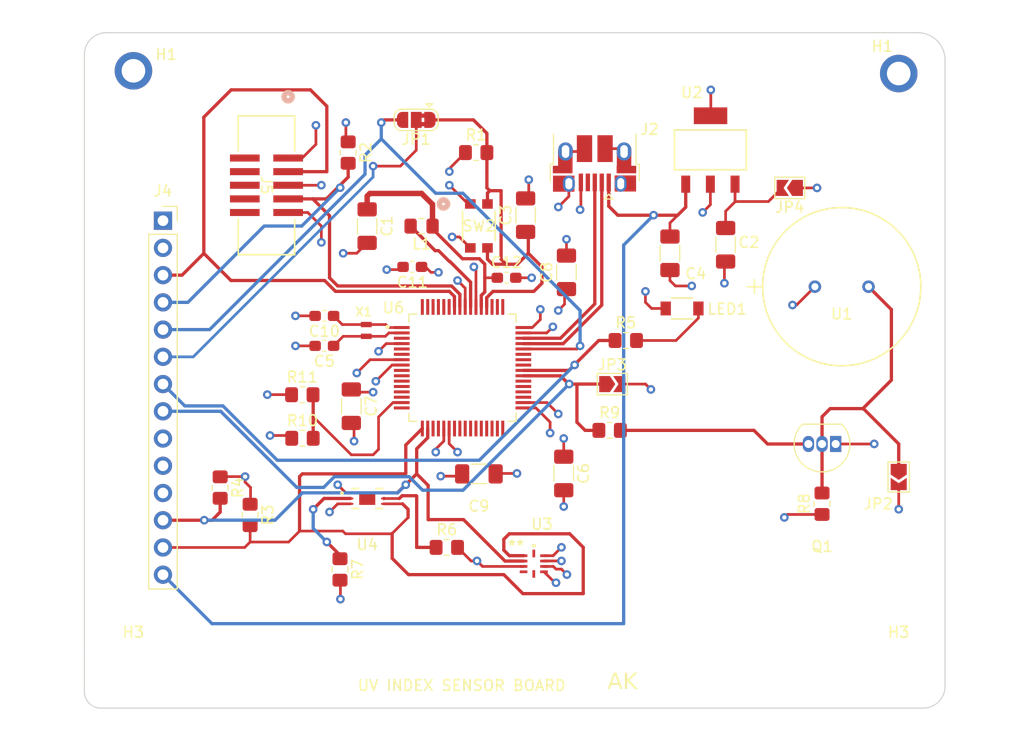
<source format=kicad_pcb>
(kicad_pcb (version 20221018) (generator pcbnew)
  (layers (0 "F.Cu" signal) (1 "In1.Cu" power) (2 "In2.Cu" power) (31 "B.Cu" signal) (34 "B.Paste" user) (35 "F.Paste" user) (36 "B.SilkS" user "B.Silkscreen") (37 "F.SilkS" user "F.Silkscreen") (38 "B.Mask" user) (39 "F.Mask" user) (44 "Edge.Cuts" user))
  (net 0 "")
  (net 1 "GND")
  (net 2 "/~{RESET}")
  (net 3 "Net-(U6-VDDCORE)")
  (net 4 "Net-(U6-PA00)")
  (net 5 "Net-(U6-PA01)")
  (net 6 "VUSB")
  (net 7 "/USB-")
  (net 8 "/USB+")
  (net 10 "SWDIO")
  (net 11 "SWCLK")
  (net 12 "D14")
  (net 13 "D14-RST")
  (net 14 "D26")
  (net 15 "D27")
  (net 19 "SCL")
  (net 20 "SDA")
  (net 25 "nRESET")
  (net 26 "Net-(U6-VSW)")
  (net 27 "Net-(LED1-Pad2)")
  (net 28 "Net-(Q1-B)")
  (net 29 "Net-(R6-Pad1)")
  (net 30 "Net-(R7-Pad1)")
  (net 35 "A10")
  (net 36 "A4")
  (net 37 "A5")
  (net 38 "A6")
  (net 39 "A7")
  (net 40 "A8")
  (net 41 "A9")
  (net 42 "A11")
  (net 43 "A1")
  (net 44 "Net-(U6-PA06)")
  (net 45 "A3")
  (net 46 "D1")
  (net 47 "D2")
  (net 48 "D15")
  (net 49 "D16")
  (net 50 "D17")
  (net 51 "D18")
  (net 52 "D19")
  (net 53 "D3")
  (net 54 "D4")
  (net 55 "D5")
  (net 56 "D6")
  (net 57 "D7")
  (net 58 "D8")
  (net 59 "D9")
  (net 60 "D10")
  (net 61 "D20")
  (net 62 "D21")
  (net 63 "D11")
  (net 64 "D12")
  (net 65 "D13")
  (net 66 "D22")
  (net 67 "D23")
  (net 68 "D25")
  (net 69 "D24")
  (net 70 "D30")
  (net 71 "D31")
  (net 72 "D28")
  (net 73 "D29")
  (net 74 "+3.3V")
  (net 75 "Net-(JP2-A)")
  (net 76 "Net-(JP4-B)")
  (footprint "PS1240P02CT3:SMT_PP02CT3_TDK" (layer "F.Cu") (at 275.90095 155.2612)
    (fp_text reference "U1")
    (fp_text value "PS1240P02CT3")
  )
  (footprint "Resistor_SMD:R_0805_2012Metric_Pad1.20x1.40mm_HandSolder" (layer "F.Cu") (at 228.108 169.402)
    (fp_text reference "R10")
    (fp_text value "100K")
  )
  (footprint "3221_10_0300_00:CONN10_3221-10-0300-00_CNC" (layer "F.Cu") (at 224.7502 145.8032 -90)
    (fp_text reference "J5")
    (fp_text value "3221-10-0300-00")
  )
  (footprint "Jumper:SolderJumper-2_P1.3mm_Open_TrianglePad1.0x1.5mm" (layer "F.Cu") (at 273.558 146.05 180)
    (fp_text reference "JP4")
    (fp_text value "SolderJumper_2_Open")
  )
  (footprint "Capacitor_SMD:C_1206_3216Metric_Pad1.33x1.80mm_HandSolder" (layer "F.Cu") (at 267.5742 151.3527 -90)
    (fp_text reference "C2")
    (fp_text value "10uF")
  )
  (footprint "Resistor_SMD:R_0805_2012Metric_Pad1.20x1.40mm_HandSolder" (layer "F.Cu") (at 256.7542 168.6632)
    (fp_text reference "R9")
    (fp_text value "180")
  )
  (footprint "Capacitor_SMD:C_1206_3216Metric_Pad1.33x1.80mm_HandSolder" (layer "F.Cu") (at 262.382 152.146 -90)
    (fp_text reference "C4")
    (fp_text value "10uF")
  )
  (footprint "Resistor_SMD:R_0805_2012Metric_Pad1.20x1.40mm_HandSolder" (layer "F.Cu") (at 232.3702 142.7552 -90)
    (fp_text reference "R2")
    (fp_text value "10K")
  )
  (footprint "Connector_PinSocket_2.54mm:PinSocket_1x14_P2.54mm_Vertical" (layer "F.Cu") (at 215.0982 149.1052)
    (fp_text reference "J4")
    (fp_text value "Conn_01x14")
  )
  (footprint "ABS05_32_768KHZ_9_T:XTAL_ABS05-32.768KHZ-9-T" (layer "F.Cu") (at 234.061 159.343 90)
    (fp_text reference "X1")
    (fp_text value "ABS05-32.768KHZ-9-T")
  )
  (footprint "Resistor_SMD:R_0805_2012Metric_Pad1.20x1.40mm_HandSolder" (layer "F.Cu") (at 276.5662 175.5052 90)
    (fp_text reference "R8")
    (fp_text value "1K")
  )
  (footprint "Connector_USB:USB_Micro-B_Amphenol_10103594-0001LF_Horizontal" (layer "F.Cu") (at 255.3472 143.7712 180)
    (fp_text reference "J2")
    (fp_text value "USB_B_Micro")
  )
  (footprint "MountingHole:MountingHole_2.2mm_M2_ISO7380" (layer "F.Cu") (at 212.344 190.246)
    (fp_text reference "H3")
    (fp_text value "MountingHole")
  )
  (footprint "Capacitor_SMD:C_1206_3216Metric_Pad1.33x1.80mm_HandSolder" (layer "F.Cu") (at 244.5635 172.72)
    (fp_text reference "C9")
    (fp_text value "10uF")
  )
  (footprint "Resistor_SMD:R_0805_2012Metric_Pad1.20x1.40mm_HandSolder" (layer "F.Cu") (at 244.3082 142.7552)
    (fp_text reference "R1")
    (fp_text value "10K")
  )
  (footprint "Inductor_SMD:L_0805_2012Metric_Pad1.15x1.40mm_HandSolder" (layer "F.Cu") (at 239.2192 149.6132 180)
    (fp_text reference "L1")
    (fp_text value "10uH")
  )
  (footprint "Capacitor_SMD:C_1206_3216Metric_Pad1.33x1.80mm_HandSolder" (layer "F.Cu") (at 252.73 153.924 90)
    (fp_text reference "C8")
    (fp_text value "10uF")
  )
  (footprint "LTST_C150GKT:LED_LTST-C150GKT_LTO" (layer "F.Cu") (at 263.5102 157.2932)
    (fp_text reference "LED1")
    (fp_text value "LTST-C150GKT")
  )
  (footprint "Jumper:SolderJumper-2_P1.3mm_Open_TrianglePad1.0x1.5mm" (layer "F.Cu") (at 257.0082 164.3452)
    (fp_text reference "JP3")
    (fp_text value "SolderJumper_2_Open")
  )
  (footprint "Jumper:SolderJumper-2_P1.3mm_Open_TrianglePad1.0x1.5mm" (layer "F.Cu") (at 283.718 173.011 -90)
    (fp_text reference "JP2")
    (fp_text value "SolderJumper_2_Open")
  )
  (footprint "Resistor_SMD:R_0805_2012Metric_Pad1.20x1.40mm_HandSolder" (layer "F.Cu") (at 258.2622 160.2812)
    (fp_text reference "R5")
    (fp_text value "100")
  )
  (footprint "ATSAMD51J19A-AU:QFP50P1200X1200X120-64N" (layer "F.Cu") (at 243.0382 162.8212)
    (fp_text reference "U6")
    (fp_text value "SAM32_ATSAMD51J20A-AU-ATSAMD51J20A-AU")
  )
  (footprint "Capacitor_SMD:C_0603_1608Metric_Pad1.08x0.95mm_HandSolder" (layer "F.Cu") (at 230.1505 157.988 180)
    (fp_text reference "C10")
    (fp_text value "9pF")
  )
  (footprint "Package_TO_SOT_THT:TO-92_Inline" (layer "F.Cu") (at 277.8362 169.9332 180)
    (fp_text reference "Q1")
    (fp_text value "2SC1815")
  )
  (footprint "MountingHole:MountingHole_2.2mm_M2_ISO7380_Pad_TopBottom" (layer "F.Cu") (at 283.718 135.382)
    (fp_text reference "H1")
    (fp_text value "MountingHole_Pad")
  )
  (footprint "BH1750:BH1750FVI-TR_ROM" (layer "F.Cu") (at 234.1482 175.0132)
    (fp_text reference "U4")
    (fp_text value "BH1750FVI-TR")
  )
  (footprint "KMR231NGLFS:IC4_KMR231NGLFS_CNK" (layer "F.Cu") (at 244.5622 149.595202)
    (fp_text reference "SW2")
    (fp_text value "KMR231NGLFS")
  )
  (footprint "Resistor_SMD:R_0805_2012Metric_Pad1.20x1.40mm_HandSolder" (layer "F.Cu") (at 223.2262 176.5532 -90)
    (fp_text reference "R3")
    (fp_text value "10K")
  )
  (footprint "Capacitor_SMD:C_0603_1608Metric_Pad1.08x0.95mm_HandSolder" (layer "F.Cu") (at 230.1505 160.782 180)
    (fp_text reference "C5")
    (fp_text value "9pF")
  )
  (footprint "MountingHole:MountingHole_2.2mm_M2_ISO7380_Pad_TopBottom" (layer "F.Cu") (at 212.344 135.128)
    (fp_text reference "H1")
    (fp_text value "MountingHole_Pad")
  )
  (footprint "Capacitor_SMD:C_0603_1608Metric_Pad1.08x0.95mm_HandSolder" (layer "F.Cu") (at 238.3525 153.416 180)
    (fp_text reference "C11")
    (fp_text value "1uF")
  )
  (footprint "SI1147:QFN10_2X2_SIL" (layer "F.Cu") (at 249.682 181.102)
    (fp_text reference "U3")
    (fp_text value "SI1147-A10-GMR")
  )
  (footprint "Resistor_SMD:R_0805_2012Metric_Pad1.20x1.40mm_HandSolder" (layer "F.Cu") (at 228.092 165.338)
    (fp_text reference "R11")
    (fp_text value "100K")
  )
  (footprint "Capacitor_SMD:C_1206_3216Metric_Pad1.33x1.80mm_HandSolder" (layer "F.Cu") (at 232.664 166.4085 -90)
    (fp_text reference "C7")
    (fp_text value "10uF")
  )
  (footprint "Capacitor_SMD:C_1206_3216Metric_Pad1.33x1.80mm_HandSolder" (layer "F.Cu") (at 252.476 172.6815 -90)
    (fp_text reference "C6")
    (fp_text value "10uF")
  )
  (footprint "Capacitor_SMD:C_1206_3216Metric_Pad1.33x1.80mm_HandSolder" (layer "F.Cu") (at 234.1392 149.6132 -90)
    (fp_text reference "C1")
    (fp_text value "10uF")
  )
  (footprint "Resistor_SMD:R_0805_2012Metric_Pad1.20x1.40mm_HandSolder" (layer "F.Cu") (at 220.4322 173.9972 -90)
    (fp_text reference "R4")
    (fp_text value "10K")
  )
  (footprint "Capacitor_SMD:C_1206_3216Metric_Pad1.33x1.80mm_HandSolder" (layer "F.Cu") (at 248.92 148.59 90)
    (fp_text reference "C3")
    (fp_text value "1uF")
  )
  (footprint "Resistor_SMD:R_0805_2012Metric_Pad1.20x1.40mm_HandSolder" (layer "F.Cu") (at 241.57 179.578)
    (fp_text reference "R6")
    (fp_text value "1K")
  )
  (footprint "LM3940:MP04A" (layer "F.Cu") (at 266.1522 142.5012)
    (fp_text reference "U2")
    (fp_text value "LM3940IMP-3.3/NOPB")
  )
  (footprint "Capacitor_SMD:C_0603_1608Metric_Pad1.08x0.95mm_HandSolder" (layer "F.Cu") (at 247.142 154.432)
    (fp_text reference "C12")
    (fp_text value "1uF")
  )
  (footprint "MountingHole:MountingHole_2.2mm_M2_ISO7380" (layer "F.Cu") (at 283.718 190.246)
    (fp_text reference "H3")
    (fp_text value "MountingHole")
  )
  (footprint "Jumper:SolderJumper-3_P1.3mm_Bridged2Bar12_RoundedPad1.0x1.5mm" (layer "F.Cu") (at 238.7202 139.7072 180)
    (fp_text reference "JP1")
    (fp_text value "Bridged Jumper")
  )
  (footprint "Resistor_SMD:R_0805_2012Metric_Pad1.20x1.40mm_HandSolder" (layer "F.Cu") (at 231.6082 181.6332 -90)
    (fp_text reference "R7")
    (fp_text value "4.7K")
  )
  (gr_line (start 209.804 131.572) (end 285.496 131.572) (stroke (width 0.1)) (layer "Edge.Cuts"))
  (gr_line (start 288.036 134.112) (end 288.036 192.532) (stroke (width 0.1)) (layer "Edge.Cuts"))
  (gr_line (start 207.772 133.604) (end 207.772 188.976) (stroke (width 0.1)) (layer "Edge.Cuts"))
  (gr_arc (start 209.296 194.564) (mid 208.218369 194.117631) (end 207.772 193.04) (stroke (width 0.1)) (layer "Edge.Cuts"))
  (gr_line (start 207.772 188.976) (end 207.772 193.04) (stroke (width 0.1)) (layer "Edge.Cuts"))
  (gr_arc (start 288.036 192.532) (mid 287.440841 193.968841) (end 286.004 194.564) (stroke (width 0.1)) (layer "Edge.Cuts"))
  (gr_line (start 286.004 194.564) (end 209.296 194.564) (stroke (width 0.1)) (layer "Edge.Cuts"))
  (gr_arc (start 207.772 133.604) (mid 208.367159 132.167159) (end 209.804 131.572) (stroke (width 0.1)) (layer "Edge.Cuts"))
  (gr_arc (start 285.496 131.572) (mid 287.292051 132.315949) (end 288.036 134.112) (stroke (width 0.1)) (layer "Edge.Cuts"))
  (gr_text "UV INDEX SENSOR BOARD" (at 233.172 193.04) (layer "F.SilkS") (effects (font (size 1 1)) (justify left bottom)))
  (gr_text "AK" (at 256.54 193.04) (layer "F.SilkS") (effects (font (size 1.5 1.5)) (justify left bottom)))
  (segment (start 231.648 182.673) (end 231.6082 182.6332) (width 0.254) (layer "F.Cu") (net 1))
  (segment (start 264.414 155.194) (end 262.89 155.194) (width 0.25) (layer "F.Cu") (net 1))
  (segment (start 265.43 148.336) (end 266.1522 147.6138) (width 0.254) (layer "F.Cu") (net 1))
  (segment (start 225.0838 169.1408) (end 226.8468 169.1408) (width 0.254) (layer "F.Cu") (net 1))
  (segment (start 252.73 150.8375) (end 252.73 152.1075) (width 0.25) (layer "F.Cu") (net 1))
  (segment (start 228.6072 148.3432) (end 226.770198 148.3432) (width 0.254) (layer "F.Cu") (net 1))
  (segment (start 231.394801 175.513199) (end 232.5974 175.513199) (width 0.254) (layer "F.Cu") (net 1))
  (segment (start 249.8832 166.5712) (end 248.7082 166.5712) (width 0.254) (layer "F.Cu") (net 1))
  (segment (start 242.738999 150.622) (end 243.762199 151.6452) (width 0.254) (layer "F.Cu") (net 1))
  (segment (start 232.918 168.225) (end 232.664 167.971) (width 0.25) (layer "F.Cu") (net 1))
  (segment (start 249.2138 145.2808) (end 249.2138 146.7337) (width 0.254) (layer "F.Cu") (net 1))
  (segment (start 281.432 169.926) (end 281.4248 169.9332) (width 0.254) (layer "F.Cu") (net 1))
  (segment (start 244.094 153.416) (end 244.2882 153.6102) (width 0.254) (layer "F.Cu") (net 1))
  (segment (start 227.457 157.9808) (end 229.2808 157.9808) (width 0.25) (layer "F.Cu") (net 1))
  (segment (start 251.968 147.828) (end 252.9522 146.8438) (width 0.254) (layer "F.Cu") (net 1))
  (segment (start 253.238 151.8535) (end 252.73 152.3615) (width 0.25) (layer "F.Cu") (net 1))
  (segment (start 233.172 163.3119) (end 234.4127 162.0712) (width 0.254) (layer "F.Cu") (net 1))
  (segment (start 267.462 153.0274) (end 267.5742 152.9152) (width 0.254) (layer "F.Cu") (net 1))
  (segment (start 281.4248 169.9332) (end 277.8362 169.9332) (width 0.254) (layer "F.Cu") (net 1))
  (segment (start 229.87 145.796) (end 229.8628 145.8032) (width 0.254) (layer "F.Cu") (net 1))
  (segment (start 254.0722 148.0098) (end 254.0722 145.5362) (width 0.254) (layer "F.Cu") (net 1))
  (segment (start 256.3322 142.3862) (end 257.8322 142.3862) (width 0.254) (layer "F.Cu") (net 1))
  (segment (start 248.1123 172.6802) (end 246.1658 172.6802) (width 0.254) (layer "F.Cu") (net 1))
  (segment (start 235.966 153.67) (end 237.236 153.67) (width 0.25) (layer "F.Cu") (net 1))
  (segment (start 226.8468 169.1408) (end 227.108 169.402) (width 0.254) (layer "F.Cu") (net 1))
  (segment (start 260.096 155.702) (end 260.096 156.718) (width 0.254) (layer "F.Cu") (net 1))
  (segment (start 229.87 151.13) (end 229.87 149.606) (width 0.254) (layer "F.Cu") (net 1))
  (segment (start 267.462 154.94) (end 267.462 153.0274) (width 0.254) (layer "F.Cu") (net 1))
  (segment (start 242.57 170.688) (end 241.7882 169.9062) (width 0.254) (layer "F.Cu") (net 1))
  (segment (start 243.557204 147.545204) (end 243.762199 147.545204) (width 0.254) (layer "F.Cu") (net 1))
  (segment (start 234.4127 162.0712) (end 237.3682 162.0712) (width 0.254) (layer "F.Cu") (net 1))
  (segment (start 262.89 155.194) (end 262.382 154.686) (width 0.25) (layer "F.Cu") (net 1))
  (segment (start 252.6422 142.6562) (end 254.1422 142.6562) (width 0.254) (layer "F.Cu") (net 1))
  (segment (start 229.2808 157.9808) (end 229.288 157.988) (width 0.25) (layer "F.Cu") (net 1))
  (segment (start 231.648 184.404) (end 231.648 182.673) (width 0.254) (layer "F.Cu") (net 1))
  (segment (start 233.1689 152.146) (end 234.1392 151.1757) (width 0.254) (layer "F.Cu") (net 1))
  (segment (start 229.8628 145.8032) (end 226.770198 145.8032) (width 0.254) (layer "F.Cu") (net 1))
  (segment (start 251.206 167.894) (end 249.8832 166.5712) (width 0.254) (layer "F.Cu") (net 1))
  (segment (start 254.1422 142.6562) (end 254.4122 142.3862) (width 0.254) (layer "F.Cu") (net 1))
  (segment (start 266.192 136.906) (end 266.192 139.29615) (width 0.254) (layer "F.Cu") (net 1))
  (segment (start 260.096 156.718) (end 260.6712 157.2932) (width 0.254) (layer "F.Cu") (net 1))
  (segment (start 252.2618 180.8408) (end 250.6457 180.8408) (width 0.254) (layer "F.Cu") (net 1))
  (segment (start 241.7882 169.9062) (end 241.7882 168.4912) (width 0.254) (layer "F.Cu") (net 1))
  (segment (start 241.808 145.796) (end 243.557204 147.545204) (width 0.254) (layer "F.Cu") (net 1))
  (segment (start 244.2882 153.6102) (end 244.2882 157.1512) (width 0.254) (layer "F.Cu") (net 1))
  (segment (start 266.1522 147.6138) (end 266.1522 145.7016) (width 0.254) (layer "F.Cu") (net 1))
  (segment (start 252.9522 146.8438) (end 252.9522 145.6562) (width 0.254) (layer "F.Cu") (net 1))
  (segment (start 250.8928 159.5712) (end 248.7082 159.5712) (width 0.254) (layer "F.Cu") (net 1))
  (segment (start 283.718 176.022) (end 283.718 173.736) (width 0.254) (layer "F.Cu") (net 1))
  (segment (start 230.632 176.276) (end 231.394801 175.513199) (width 0.254) (layer "F.Cu") (net 1))
  (segment (start 252.476 175.768) (end 252.476 174.244) (width 0.25) (layer "F.Cu") (net 1))
  (segment (start 257.8322 142.3862) (end 258.1022 142.6562) (width 0.254) (layer "F.Cu") (net 1))
  (segment (start 266.192 139.29615) (end 266.1681 139.32005) (width 0.254) (layer "F.Cu") (net 1))
  (segment (start 254 148.082) (end 254.0722 148.0098) (width 0.254) (layer "F.Cu") (net 1))
  (segment (start 250.6457 180.8408) (end 250.6345 180.852) (width 0.254) (layer "F.Cu") (net 1))
  (segment (start 229.87 149.606) (end 228.6072 148.3432) (width 0.254) (layer "F.Cu") (net 1))
  (segment (start 251.46 159.004) (end 250.8928 159.5712) (width 0.254) (layer "F.Cu") (net 1))
  (segment (start 249.4875 154.432) (end 248.2175 154.432) (width 0.254) (layer "F.Cu") (net 1))
  (segment (start 227.457 160.782) (end 229.288 160.782) (width 0.25) (layer "F.Cu") (net 1))
  (segment (start 231.902 152.146) (end 233.1689 152.146) (width 0.254) (layer "F.Cu") (net 1))
  (segment (start 260.6712 157.2932) (end 261.9862 157.2932) (width 0.254) (layer "F.Cu") (net 1))
  (segment (start 242.062 150.622) (end 242.738999 150.622) (width 0.254) (layer "F.Cu") (net 1))
  (segment (start 232.918 169.672) (end 232.918 168.225) (width 0.25) (layer "F.Cu") (net 1))
  (segment (start 251.206 168.91) (end 251.206 167.894) (width 0.254) (layer "F.Cu") (net 1))
  (segment (start 246.1658 172.6802) (end 246.126 172.72) (width 0.254) (layer "F.Cu") (net 1))
  (segment (start 262.382 154.686) (end 262.382 153.7085) (width 0.25) (layer "F.Cu") (net 1))
  (segment (start 229.6633 157.9808) (end 229.6705 157.988) (width 0.254) (layer "F.Cu") (net 1))
  (via (at 227.457 157.9808) (size 0.8) (drill 0.4) (layers "F.Cu" "B.Cu") (net 1))
  (via (at 227.457 160.782) (size 0.8) (drill 0.4) (layers "F.Cu" "B.Cu") (net 1))
  (via (at 229.87 145.796) (size 0.8) (drill 0.4) (layers "F.Cu" "B.Cu") (net 1))
  (via (at 231.902 152.146) (size 0.8) (drill 0.4) (layers "F.Cu" "B.Cu") (net 1))
  (via (at 231.648 184.404) (size 0.8) (drill 0.4) (layers "F.Cu" "B.Cu") (net 1))
  (via (at 265.43 148.336) (size 0.8) (drill 0.4) (layers "F.Cu" "B.Cu") (net 1))
  (via (at 252.476 175.768) (size 0.8) (drill 0.4) (layers "F.Cu" "B.Cu") (net 1))
  (via (at 235.966 153.67) (size 0.8) (drill 0.4) (layers "F.Cu" "B.Cu") (net 1))
  (via (at 233.172 163.3119) (size 0.8) (drill 0.4) (layers "F.Cu" "B.Cu") (net 1))
  (via (at 251.968 147.828) (size 0.8) (drill 0.4) (layers "F.Cu" "B.Cu") (net 1))
  (via (at 242.57 170.688) (size 0.8) (drill 0.4) (layers "F.Cu" "B.Cu") (net 1))
  (via (at 252.2618 180.8408) (size 0.8) (drill 0.4) (layers "F.Cu" "B.Cu") (net 1))
  (via (at 251.206 168.91) (size 0.8) (drill 0.4) (layers "F.Cu" "B.Cu") (net 1))
  (via (at 264.414 155.194) (size 0.8) (drill 0.4) (layers "F.Cu" "B.Cu") (net 1))
  (via (at 260.096 155.702) (size 0.8) (drill 0.4) (layers "F.Cu" "B.Cu") (net 1))
  (via (at 242.062 150.622) (size 0.8) (drill 0.4) (layers "F.Cu" "B.Cu") (net 1))
  (via (at 267.462 154.94) (size 0.8) (drill 0.4) (layers "F.Cu" "B.Cu") (net 1))
  (via (at 249.2138 145.2808) (size 0.8) (drill 0.4) (layers "F.Cu" "B.Cu") (net 1))
  (via (at 225.0838 169.1408) (size 0.8) (drill 0.4) (layers "F.Cu" "B.Cu") (net 1))
  (via (at 252.73 150.8375) (size 0.8) (drill 0.4) (layers "F.Cu" "B.Cu") (net 1))
  (via (at 232.918 169.672) (size 0.8) (drill 0.4) (layers "F.Cu" "B.Cu") (net 1))
  (via (at 248.1123 172.6802) (size 0.8) (drill 0.4) (layers "F.Cu" "B.Cu") (net 1))
  (via (at 241.808 145.796) (size 0.8) (drill 0.4) (layers "F.Cu" "B.Cu") (net 1))
  (via (at 244.094 153.416) (size 0.8) (drill 0.4) (layers "F.Cu" "B.Cu") (net 1))
  (via (at 266.192 136.906) (size 0.8) (drill 0.4) (layers "F.Cu" "B.Cu") (net 1))
  (via (at 251.46 159.004) (size 0.8) (drill 0.4) (layers "F.Cu" "B.Cu") (net 1))
  (via (at 254 148.082) (size 0.8) (drill 0.4) (layers "F.Cu" "B.Cu") (net 1))
  (via (at 283.718 176.022) (size 0.8) (drill 0.4) (layers "F.Cu" "B.Cu") (net 1))
  (via (at 249.4875 154.432) (size 0.8) (drill 0.4) (layers "F.Cu" "B.Cu") (net 1))
  (via (at 281.432 169.926) (size 0.8) (drill 0.4) (layers "F.Cu" "B.Cu") (net 1))
  (via (at 230.632 176.276) (size 0.8) (drill 0.4) (layers "F.Cu" "B.Cu") (net 1))
  (via (at 229.87 151.13) (size 0.8) (drill 0.4) (layers "F.Cu" "B.Cu") (net 1))
  (segment (start 245.3082 140.9612) (end 245.3082 142.7552) (width 0.3048) (layer "F.Cu") (net 2))
  (segment (start 249.174 150.4065) (end 248.92 150.1525) (width 0.3048) (layer "F.Cu") (net 2))
  (segment (start 245.2882 157.1512) (end 245.2882 156.289313) (width 0.3048) (layer "F.Cu") (net 2))
  (segment (start 245.5782 146.3112) (end 246.634 146.3112) (width 0.3048) (layer "F.Cu") (net 2))
  (segment (start 244.0542 139.7072) (end 245.3082 140.9612) (width 0.3048) (layer "F.Cu") (net 2))
  (segment (start 245.362201 152.699201) (end 245.362201 151.6452) (width 0.3048) (layer "F.Cu") (net 2))
  (segment (start 250.444 153.416) (end 249.174 152.146) (width 0.3048) (layer "F.Cu") (net 2))
  (segment (start 245.875513 155.702) (end 249.682 155.702) (width 0.3048) (layer "F.Cu") (net 2))
  (segment (start 245.3082 142.7552) (end 245.3082 144.5332) (width 0.3048) (layer "F.Cu") (net 2))
  (segment (start 240.0202 139.7072) (end 244.0542 139.7072) (width 0.3048) (layer "F.Cu") (net 2))
  (segment (start 249.682 155.702) (end 250.444 154.94) (width 0.3048) (layer "F.Cu") (net 2))
  (segment (start 246.634 152.701) (end 247.1022 153.1692) (width 0.3048) (layer "F.Cu") (net 2))
  (segment (start 249.174 152.146) (end 248.412 152.908) (width 0.3048) (layer "F.Cu") (net 2))
  (segment (start 245.8322 153.1692) (end 247.1022 153.1692) (width 0.3048) (layer "F.Cu") (net 2))
  (segment (start 245.3082 144.5332) (end 245.3082 146.0412) (width 0.3048) (layer "F.Cu") (net 2))
  (segment (start 245.3082 146.0412) (end 245.5782 146.3112) (width 0.3048) (layer "F.Cu") (net 2))
  (segment (start 245.2882 156.289313) (end 245.875513 155.702) (width 0.3048) (layer "F.Cu") (net 2))
  (segment (start 246.634 146.3112) (end 246.634 152.701) (width 0.3048) (layer "F.Cu") (net 2))
  (segment (start 249.174 152.146) (end 249.174 150.4065) (width 0.3048) (layer "F.Cu") (net 2))
  (segment (start 245.8322 153.1692) (end 245.362201 152.699201) (width 0.3048) (layer "F.Cu") (net 2))
  (segment (start 248.1508 153.1692) (end 247.1022 153.1692) (width 0.3048) (layer "F.Cu") (net 2))
  (segment (start 248.412 152.908) (end 248.1508 153.1692) (width 0.3048) (layer "F.Cu") (net 2))
  (segment (start 245.362201 146.527199) (end 245.5782 146.3112) (width 0.3048) (layer "F.Cu") (net 2))
  (segment (start 250.444 154.94) (end 250.444 153.416) (width 0.3048) (layer "F.Cu") (net 2))
  (segment (start 245.362201 147.545204) (end 245.362201 146.527199) (width 0.3048) (layer "F.Cu") (net 2))
  (segment (start 240.2352 149.6042) (end 240.2442 149.6132) (width 0.508) (layer "F.Cu") (net 3))
  (segment (start 246.261 154.432) (end 245.11 154.432) (width 0.254) (layer "F.Cu") (net 3))
  (segment (start 240.2442 149.6132) (end 240.2442 149.868255) (width 0.3048) (layer "F.Cu") (net 3))
  (segment (start 239.2192 146.5652) (end 240.2352 147.5812) (width 0.508) (layer "F.Cu") (net 3))
  (segment (start 240.2352 147.5812) (end 240.2352 149.6042) (width 0.508) (layer "F.Cu") (net 3))
  (segment (start 245.11 154.432) (end 245.11 155.753617) (width 0.3048) (layer "F.Cu") (net 3))
  (segment (start 234.1392 146.8192) (end 234.3932 146.5652) (width 0.508) (layer "F.Cu") (net 3))
  (segment (start 240.2442 149.868255) (end 243.029945 152.654) (width 0.3048) (layer "F.Cu") (net 3))
  (segment (start 244.602 152.654) (end 245.11 153.162) (width 0.3048) (layer "F.Cu") (net 3))
  (segment (start 234.3932 146.5652) (end 239.2192 146.5652) (width 0.508) (layer "F.Cu") (net 3))
  (segment (start 244.7834 156.080217) (end 244.7834 157.1512) (width 0.3048) (layer "F.Cu") (net 3))
  (segment (start 234.1392 148.0507) (end 234.1392 146.8192) (width 0.508) (layer "F.Cu") (net 3))
  (segment (start 245.11 155.753617) (end 244.7834 156.080217) (width 0.3048) (layer "F.Cu") (net 3))
  (segment (start 245.11 153.162) (end 245.11 154.432) (width 0.3048) (layer "F.Cu") (net 3))
  (segment (start 243.029945 152.654) (end 244.602 152.654) (width 0.3048) (layer "F.Cu") (net 3))
  (segment (start 231.818 158.793) (end 234.061 158.793) (width 0.25) (layer "F.Cu") (net 4))
  (segment (start 231.013 157.988) (end 231.818 158.793) (width 0.25) (layer "F.Cu") (net 4))
  (segment (start 235.882 158.793) (end 234.061 158.793) (width 0.25) (layer "F.Cu") (net 4))
  (segment (start 237.3682 159.0712) (end 236.1602 159.0712) (width 0.25) (layer "F.Cu") (net 4))
  (segment (start 236.1602 159.0712) (end 235.882 158.793) (width 0.25) (layer "F.Cu") (net 4))
  (segment (start 237.3682 159.5712) (end 236.1608 159.5712) (width 0.25) (layer "F.Cu") (net 5))
  (segment (start 235.839 159.893) (end 234.061 159.893) (width 0.25) (layer "F.Cu") (net 5))
  (segment (start 231.902 159.893) (end 234.061 159.893) (width 0.25) (layer "F.Cu") (net 5))
  (segment (start 236.1608 159.5712) (end 235.839 159.893) (width 0.25) (layer "F.Cu") (net 5))
  (segment (start 231.013 160.782) (end 231.902 159.893) (width 0.25) (layer "F.Cu") (net 5))
  (segment (start 260.8508 148.5972) (end 260.858 148.59) (width 0.3048) (layer "F.Cu") (net 6))
  (segment (start 263.1042 148.5972) (end 263.8522 147.8492) (width 0.3048) (layer "F.Cu") (net 6))
  (segment (start 260.8182 148.5972) (end 260.8508 148.5972) (width 0.3048) (layer "F.Cu") (net 6))
  (segment (start 256.6722 145.5362) (end 256.6722 147.7532) (width 0.3048) (layer "F.Cu") (net 6))
  (segment (start 262.382 149.3194) (end 263.1042 148.5972) (width 0.25) (layer "F.Cu") (net 6))
  (segment (start 256.6722 147.7532) (end 257.5162 148.5972) (width 0.3048) (layer "F.Cu") (net 6))
  (segment (start 260.858 148.59) (end 260.8652 148.5972) (width 0.3048) (layer "F.Cu") (net 6))
  (segment (start 260.8652 148.5972) (end 263.1042 148.5972) (width 0.3048) (layer "F.Cu") (net 6))
  (segment (start 262.382 150.5835) (end 262.382 149.3194) (width 0.25) (layer "F.Cu") (net 6))
  (segment (start 263.8522 147.8492) (end 263.8522 145.7016) (width 0.3048) (layer "F.Cu") (net 6))
  (segment (start 257.5162 148.5972) (end 260.8182 148.5972) (width 0.3048) (layer "F.Cu") (net 6))
  (via (at 260.858 148.59) (size 0.8) (drill 0.4) (layers "F.Cu" "B.Cu") (net 6))
  (segment (start 258.064 186.69) (end 219.663 186.69) (width 0.3048) (layer "B.Cu") (net 6))
  (segment (start 258.064 151.384) (end 258.064 186.69) (width 0.3048) (layer "B.Cu") (net 6))
  (segment (start 219.663 186.69) (end 215.0982 182.1252) (width 0.3048) (layer "B.Cu") (net 6))
  (segment (start 260.858 148.59) (end 258.064 151.384) (width 0.3048) (layer "B.Cu") (net 6))
  (segment (start 256.0222 145.5362) (end 256.0222 156.9818) (width 0.3048) (layer "F.Cu") (net 7))
  (segment (start 252.428 160.576) (end 248.7082 160.576) (width 0.3048) (layer "F.Cu") (net 7))
  (segment (start 256.0222 156.9818) (end 252.428 160.576) (width 0.3048) (layer "F.Cu") (net 7))
  (segment (start 255.3722 156.8698) (end 252.1708 160.0712) (width 0.3048) (layer "F.Cu") (net 8))
  (segment (start 252.1708 160.0712) (end 248.7082 160.0712) (width 0.3048) (layer "F.Cu") (net 8))
  (segment (start 255.3722 145.5362) (end 255.3722 156.8698) (width 0.3048) (layer "F.Cu") (net 8))
  (segment (start 241.8048 155.6988) (end 231.184904 155.6988) (width 0.3048) (layer "F.Cu") (net 10))
  (segment (start 218.9082 152.1532) (end 218.9082 139.4532) (width 0.3048) (layer "F.Cu") (net 10))
  (segment (start 242.2834 156.1774) (end 241.8048 155.6988) (width 0.3048) (layer "F.Cu") (net 10))
  (segment (start 242.2834 157.1512) (end 242.2834 156.1774) (width 0.3048) (layer "F.Cu") (net 10))
  (segment (start 216.8762 154.1852) (end 218.9082 152.1532) (width 0.3048) (layer "F.Cu") (net 10))
  (segment (start 230.378 144.5332) (end 226.770198 144.5332) (width 0.3048) (layer "F.Cu") (net 10))
  (segment (start 230.172104 154.686) (end 221.441 154.686) (width 0.3048) (layer "F.Cu") (net 10))
  (segment (start 228.854 136.906) (end 230.378 138.43) (width 0.3048) (layer "F.Cu") (net 10))
  (segment (start 231.184904 155.6988) (end 230.172104 154.686) (width 0.3048) (layer "F.Cu") (net 10))
  (segment (start 221.441 154.686) (end 218.9082 152.1532) (width 0.3048) (layer "F.Cu") (net 10))
  (segment (start 221.4554 136.906) (end 228.854 136.906) (width 0.3048) (layer "F.Cu") (net 10))
  (segment (start 215.0982 154.1852) (end 216.8762 154.1852) (width 0.3048) (layer "F.Cu") (net 10))
  (segment (start 230.378 138.43) (end 230.378 144.5332) (width 0.3048) (layer "F.Cu") (net 10))
  (segment (start 218.9082 139.4532) (end 221.4554 136.906) (width 0.3048) (layer "F.Cu") (net 10))
  (segment (start 231.394 155.194) (end 242.013895 155.194) (width 0.3048) (layer "F.Cu") (net 11))
  (segment (start 231.624326 146.026326) (end 231.624326 145.787074) (width 0.3048) (layer "F.Cu") (net 11))
  (segment (start 231.385074 146.026326) (end 230.3382 147.0732) (width 0.3048) (layer "F.Cu") (net 11))
  (segment (start 230.632 148.637) (end 230.632 154.432) (width 0.3048) (layer "F.Cu") (net 11))
  (segment (start 242.7882 155.968305) (end 242.7882 157.1512) (width 0.3048) (layer "F.Cu") (net 11))
  (segment (start 232.3702 145.0412) (end 232.3702 143.7552) (width 0.3048) (layer "F.Cu") (net 11))
  (segment (start 226.770198 147.0732) (end 229.0682 147.0732) (width 0.3048) (layer "F.Cu") (net 11))
  (segment (start 231.624326 145.787074) (end 232.3702 145.0412) (width 0.3048) (layer "F.Cu") (net 11))
  (segment (start 230.632 154.432) (end 231.394 155.194) (width 0.3048) (layer "F.Cu") (net 11))
  (segment (start 229.0682 147.0732) (end 230.632 148.637) (width 0.3048) (layer "F.Cu") (net 11))
  (segment (start 242.013895 155.194) (end 242.7882 155.968305) (width 0.3048) (layer "F.Cu") (net 11))
  (segment (start 230.3382 147.0732) (end 229.0682 147.0732) (width 0.3048) (layer "F.Cu") (net 11))
  (segment (start 231.624326 146.026326) (end 231.385074 146.026326) (width 0.3048) (layer "F.Cu") (net 11))
  (via (at 231.624326 146.026326) (size 0.8) (drill 0.4) (layers "F.Cu" "B.Cu") (net 11))
  (segment (start 217.4168 156.7252) (end 215.0982 156.7252) (width 0.3048) (layer "B.Cu") (net 11))
  (segment (start 231.624326 146.026326) (end 228.044652 149.606) (width 0.3048) (layer "B.Cu") (net 11))
  (segment (start 224.536 149.606) (end 217.4168 156.7252) (width 0.3048) (layer "B.Cu") (net 11))
  (segment (start 228.044652 149.606) (end 224.536 149.606) (width 0.3048) (layer "B.Cu") (net 11))
  (segment (start 253.7108 161.0712) (end 248.7082 161.0712) (width 0.254) (layer "F.Cu") (net 12))
  (segment (start 235.458 139.954) (end 235.585 139.827) (width 0.3048) (layer "F.Cu") (net 12))
  (segment (start 254 160.782) (end 253.7108 161.0712) (width 0.254) (layer "F.Cu") (net 12))
  (segment (start 237.4202 139.7072) (end 235.7048 139.7072) (width 0.3048) (layer "F.Cu") (net 12))
  (segment (start 235.7048 139.7072) (end 235.458 139.954) (width 0.3048) (layer "F.Cu") (net 12))
  (via (at 235.458 139.954) (size 0.8) (drill 0.4) (layers "F.Cu" "B.Cu") (net 12))
  (via (at 254 160.782) (size 0.8) (drill 0.4) (layers "F.Cu" "B.Cu") (net 12))
  (segment (start 235.458 141.478) (end 233.9436 142.9924) (width 0.3048) (layer "B.Cu") (net 12))
  (segment (start 254 160.782) (end 254 157.48) (width 0.3048) (layer "B.Cu") (net 12))
  (segment (start 254 157.48) (end 243.0684 146.5484) (width 0.3048) (layer "B.Cu") (net 12))
  (segment (start 233.9436 144.7704) (end 219.4488 159.2652) (width 0.3048) (layer "B.Cu") (net 12))
  (segment (start 240.5284 146.5484) (end 235.458 141.478) (width 0.3048) (layer "B.Cu") (net 12))
  (segment (start 235.458 141.478) (end 235.458 139.954) (width 0.3048) (layer "B.Cu") (net 12))
  (segment (start 243.0684 146.5484) (end 240.5284 146.5484) (width 0.3048) (layer "B.Cu") (net 12))
  (segment (start 233.9436 142.9924) (end 233.9436 144.7704) (width 0.3048) (layer "B.Cu") (net 12))
  (segment (start 219.4488 159.2652) (end 215.0982 159.2652) (width 0.3048) (layer "B.Cu") (net 12))
  (segment (start 238.7202 142.5338) (end 238.7202 139.7072) (width 0.254) (layer "F.Cu") (net 13))
  (segment (start 237.236 144.018) (end 238.7202 142.5338) (width 0.254) (layer "F.Cu") (net 13))
  (segment (start 234.696 144.018) (end 237.236 144.018) (width 0.254) (layer "F.Cu") (net 13))
  (via (at 234.696 144.018) (size 0.8) (drill 0.4) (layers "F.Cu" "B.Cu") (net 13))
  (segment (start 234.696 144.018) (end 234.696 145.034) (width 0.254) (layer "B.Cu") (net 13))
  (segment (start 217.9248 161.8052) (end 215.0982 161.8052) (width 0.254) (layer "B.Cu") (net 13))
  (segment (start 234.696 145.034) (end 217.9248 161.8052) (width 0.254) (layer "B.Cu") (net 13))
  (segment (start 236.934199 174.513201) (end 237.7114 173.736) (width 0.3048) (layer "F.Cu") (net 19))
  (segment (start 237.744 173.736) (end 238.76 172.72) (width 0.3048) (layer "F.Cu") (net 19))
  (segment (start 220.4322 174.9972) (end 220.4322 176.2832) (width 0.3048) (layer "F.Cu") (net 19))
  (segment (start 237.7114 173.736) (end 237.744 173.736) (width 0.3048) (layer "F.Cu") (net 19))
  (segment (start 243.13 176.986) (end 239.828 176.986) (width 0.3048) (layer "F.Cu") (net 19))
  (segment (start 239.828 173.788) (end 238.76 172.72) (width 0.3048) (layer "F.Cu") (net 19))
  (segment (start 238.76 170.381287) (end 239.7882 169.353087) (width 0.3048) (layer "F.Cu") (net 19))
  (segment (start 218.948 177.038) (end 218.9408 177.0452) (width 0.3048) (layer "F.Cu") (net 19))
  (segment (start 246.996 180.852) (end 243.13 176.986) (width 0.3048) (layer "F.Cu") (net 19))
  (segment (start 238.76 171.6592) (end 238.76 170.381287) (width 0.3048) (layer "F.Cu") (net 19))
  (segment (start 238.76 172.72) (end 238.76 171.6592) (width 0.3048) (layer "F.Cu") (net 19))
  (segment (start 239.7882 169.353087) (end 239.7882 168.4912) (width 0.3048) (layer "F.Cu") (net 19))
  (segment (start 218.9552 177.0452) (end 218.948 177.038) (width 0.3048) (layer "F.Cu") (net 19))
  (segment (start 235.699 174.513201) (end 236.934199 174.513201) (width 0.254) (layer "F.Cu") (net 19))
  (segment (start 239.828 176.986) (end 239.828 173.788) (width 0.3048) (layer "F.Cu") (net 19))
  (segment (start 248.7295 180.852) (end 246.996 180.852) (width 0.3048) (layer "F.Cu") (net 19))
  (segment (start 219.6702 177.0452) (end 218.9552 177.0452) (width 0.3048) (layer "F.Cu") (net 19))
  (segment (start 220.4322 176.2832) (end 219.6702 177.0452) (width 0.3048) (layer "F.Cu") (net 19))
  (segment (start 218.9408 177.0452) (end 215.0982 177.0452) (width 0.3048) (layer "F.Cu") (net 19))
  (via (at 218.948 177.038) (size 0.8) (drill 0.4) (layers "F.Cu" "B.Cu") (net 19))
  (via (at 237.744 173.736) (size 0.8) (drill 0.4) (layers "F.Cu" "B.Cu") (net 19))
  (segment (start 237.744 173.736) (end 236.9916 174.4884) (width 0.3048) (layer "B.Cu") (net 19))
  (segment (start 225.552 177.038) (end 218.948 177.038) (width 0.3048) (layer "B.Cu") (net 19))
  (segment (start 236.9916 174.4884) (end 228.1016 174.4884) (width 0.3048) (layer "B.Cu") (net 19))
  (segment (start 228.1016 174.4884) (end 225.552 177.038) (width 0.3048) (layer "B.Cu") (net 19))
  (segment (start 246.888 178.816) (end 247.396 178.308) (width 0.3048) (layer "F.Cu") (net 20))
  (segment (start 237.7114 172.72) (end 237.744 172.6874) (width 0.3048) (layer "F.Cu") (net 20))
  (segment (start 247.396 178.308) (end 253.031 178.308) (width 0.3048) (layer "F.Cu") (net 20))
  (segment (start 246.888 179.832) (end 246.888 178.816) (width 0.3048) (layer "F.Cu") (net 20))
  (segment (start 237.442199 175.513199) (end 237.9582 176.0292) (width 0.3048) (layer "F.Cu") (net 20))
  (segment (start 253.031 178.308) (end 254.2938 179.5708) (width 0.3048) (layer "F.Cu") (net 20))
  (segment (start 223.2262 179.0772) (end 223.2262 177.5532) (width 0.25) (layer "F.Cu") (net 20))
  (segment (start 228.092 172.72) (end 237.7114 172.72) (width 0.3048) (layer "F.Cu") (net 20))
  (segment (start 236.474 180.594) (end 236.474 178.2754) (width 0.3048) (layer "F.Cu") (net 20))
  (segment (start 247.4032 180.3472) (end 246.888 179.832) (width 0.3048) (layer "F.Cu") (net 20))
  (segment (start 248.6588 183.8888) (end 246.888 182.118) (width 0.3048) (layer "F.Cu") (net 20))
  (segment (start 254.2938 183.8888) (end 248.6588 183.8888) (width 0.3048) (layer "F.Cu") (net 20))
  (segment (start 254.2938 179.5708) (end 254.2938 183.8888) (width 0.3048) (layer "F.Cu") (net 20))
  (segment (start 237.998 182.118) (end 236.474 180.594) (width 0.3048) (layer "F.Cu") (net 20))
  (segment (start 237.744 172.6874) (end 237.744 170.0306) (width 0.3048) (layer "F.Cu") (net 20))
  (segment (start 237.9582 176.0292) (end 237.9582 176.7912) (width 0.3048) (layer "F.Cu") (net 20))
  (segment (start 227.838 178.054) (end 227.838 172.974) (width 0.3048) (layer "F.Cu") (net 20))
  (segment (start 236.4414 178.308) (end 236.474 178.2754) (width 0.25) (layer "F.Cu") (net 20))
  (segment (start 222.7182 179.5852) (end 223.2262 179.0772) (width 0.25) (layer "F.Cu") (net 20))
  (segment (start 227.838 178.054) (end 226.8148 179.0772) (width 0.25) (layer "F.Cu") (net 20))
  (segment (start 246.888 182.118) (end 237.998 182.118) (width 0.3048) (layer "F.Cu") (net 20))
  (segment (start 237.744 170.0306) (end 239.2834 168.4912) (width 0.3048) (layer "F.Cu") (net 20))
  (segment (start 231.864305 178.054) (end 232.118305 178.308) (width 0.25) (layer "F.Cu") (net 20))
  (segment (start 232.118305 178.308) (end 236.4414 178.308) (width 0.25) (layer "F.Cu") (net 20))
  (segment (start 235.699 175.513199) (end 237.442199 175.513199) (width 0.254) (layer "F.Cu") (net 20))
  (segment (start 227.838 172.974) (end 228.092 172.72) (width 0.3048) (layer "F.Cu") (net 20))
  (segment (start 226.8148 179.0772) (end 223.2262 179.0772) (width 0.25) (layer "F.Cu") (net 20))
  (segment (start 215.0982 179.5852) (end 222.7182 179.5852) (width 0.25) (layer "F.Cu") (net 20))
  (segment (start 227.838 178.054) (end 231.864305 178.054) (width 0.25) (layer "F.Cu") (net 20))
  (segment (start 236.474 178.2754) (end 237.9582 176.7912) (width 0.25) (layer "F.Cu") (net 20))
  (segment (start 248.7295 180.3472) (end 247.4032 180.3472) (width 0.3048) (layer "F.Cu") (net 20))
  (segment (start 240.4802 151.8992) (end 240.799752 151.8992) (width 0.3048) (layer "F.Cu") (net 26))
  (segment (start 241.865655 152.9176) (end 243.7882 154.840145) (width 0.3048) (layer "F.Cu") (net 26))
  (segment (start 240.799752 151.8992) (end 241.818152 152.9176) (width 0.3048) (layer "F.Cu") (net 26))
  (segment (start 238.1942 149.6132) (end 240.4802 151.8992) (width 0.3048) (layer "F.Cu") (net 26))
  (segment (start 243.7882 154.840145) (end 243.7882 157.1512) (width 0.3048) (layer "F.Cu") (net 26))
  (segment (start 241.818152 152.9176) (end 241.865655 152.9176) (width 0.3048) (layer "F.Cu") (net 26))
  (segment (start 265.0342 158.1949) (end 265.0342 157.2932) (width 0.254) (layer "F.Cu") (net 27))
  (segment (start 259.2622 160.2812) (end 262.9479 160.2812) (width 0.254) (layer "F.Cu") (net 27))
  (segment (start 262.9479 160.2812) (end 265.0342 158.1949) (width 0.254) (layer "F.Cu") (net 27))
  (segment (start 270.2162 168.6632) (end 271.4862 169.9332) (width 0.3048) (layer "F.Cu") (net 28))
  (segment (start 257.7542 168.6632) (end 270.2162 168.6632) (width 0.3048) (layer "F.Cu") (net 28))
  (segment (start 271.4862 169.9332) (end 275.2962 169.9332) (width 0.3048) (layer "F.Cu") (net 28))
  (segment (start 240.57 179.578) (end 238.76 179.578) (width 0.3048) (layer "F.Cu") (net 29))
  (segment (start 237.143295 175.018001) (end 235.703801 175.018001) (width 0.254) (layer "F.Cu") (net 29))
  (segment (start 237.402096 174.7592) (end 237.143295 175.018001) (width 0.3048) (layer "F.Cu") (net 29))
  (segment (start 238.76 174.799) (end 238.7202 174.7592) (width 0.3048) (layer "F.Cu") (net 29))
  (segment (start 238.76 179.578) (end 238.76 174.799) (width 0.3048) (layer "F.Cu") (net 29))
  (segment (start 238.7202 174.7592) (end 237.402096 174.7592) (width 0.3048) (layer "F.Cu") (net 29))
  (segment (start 235.703801 175.018001) (end 235.699 175.0132) (width 0.3048) (layer "F.Cu") (net 29))
  (segment (start 230.1168 175.0132) (end 232.5974 175.0132) (width 0.3048) (layer "F.Cu") (net 30))
  (segment (start 229.108 176.022) (end 230.1168 175.0132) (width 0.3048) (layer "F.Cu") (net 30))
  (segment (start 230.378 179.07) (end 231.6082 180.3002) (width 0.3048) (layer "F.Cu") (net 30))
  (segment (start 231.6082 180.3002) (end 231.6082 180.6332) (width 0.3048) (layer "F.Cu") (net 30))
  (via (at 229.108 176.022) (size 0.8) (drill 0.4) (layers "F.Cu" "B.Cu") (net 30))
  (via (at 230.378 179.07) (size 0.8) (drill 0.4) (layers "F.Cu" "B.Cu") (net 30))
  (segment (start 229.108 177.8) (end 230.378 179.07) (width 0.3048) (layer "B.Cu") (net 30))
  (segment (start 229.108 176.022) (end 229.108 177.8) (width 0.3048) (layer "B.Cu") (net 30))
  (segment (start 229.108 167.386) (end 229.108 169.402) (width 0.25) (layer "F.Cu") (net 44))
  (segment (start 229.108 165.354) (end 229.108 169.402) (width 0.3048) (layer "F.Cu") (net 44))
  (segment (start 235.204 167.412262) (end 236.545062 166.0712) (width 0.25) (layer "F.Cu") (net 44))
  (segment (start 232.664 170.942) (end 234.696 170.942) (width 0.25) (layer "F.Cu") (net 44))
  (segment (start 229.108 167.132) (end 229.108 167.386) (width 0.25) (layer "F.Cu") (net 44))
  (segment (start 235.204 170.434) (end 235.204 167.412262) (width 0.25) (layer "F.Cu") (net 44))
  (segment (start 229.092 165.338) (end 229.108 165.354) (width 0.3048) (layer "F.Cu") (net 44))
  (segment (start 234.696 170.942) (end 235.204 170.434) (width 0.25) (layer "F.Cu") (net 44))
  (segment (start 229.108 167.386) (end 232.664 170.942) (width 0.25) (layer "F.Cu") (net 44))
  (segment (start 236.545062 166.0712) (end 237.3682 166.0712) (width 0.25) (layer "F.Cu") (net 44))
  (segment (start 253.7062 167.9012) (end 253.7062 164.3452) (width 0.3048) (layer "F.Cu") (net 66))
  (segment (start 254.4682 168.6632) (end 253.7062 167.9012) (width 0.3048) (layer "F.Cu") (net 66))
  (segment (start 252.9768 164.3452) (end 252.9442 164.3452) (width 0.3048) (layer "F.Cu") (net 66))
  (segment (start 252.984 164.338) (end 252.9768 164.3452) (width 0.3048) (layer "F.Cu") (net 66))
  (segment (start 253.7062 164.3452) (end 252.9912 164.3452) (width 0.3048) (layer "F.Cu") (net 66))
  (segment (start 252.175 163.576) (end 248.713 163.576) (width 0.3048) (layer "F.Cu") (net 66))
  (segment (start 256.2832 164.3452) (end 253.7062 164.3452) (width 0.3048) (layer "F.Cu") (net 66))
  (segment (start 252.9912 164.3452) (end 252.984 164.338) (width 0.3048) (layer "F.Cu") (net 66))
  (segment (start 252.9442 164.3452) (end 252.175 163.576) (width 0.3048) (layer "F.Cu") (net 66))
  (segment (start 255.7542 168.6632) (end 254.4682 168.6632) (width 0.3048) (layer "F.Cu") (net 66))
  (via (at 252.984 164.338) (size 0.8) (drill 0.4) (layers "F.Cu" "B.Cu") (net 66))
  (segment (start 239.316055 174.244) (end 238.055655 172.9836) (width 0.3048) (layer "B.Cu") (net 66))
  (segment (start 220.4792 166.8852) (end 215.0982 166.8852) (width 0.3048) (layer "B.Cu") (net 66))
  (segment (start 238.055655 172.9836) (end 231.082345 172.9836) (width 0.3048) (layer "B.Cu") (net 66))
  (segment (start 227.5776 173.9836) (end 220.4792 166.8852) (width 0.3048) (layer "B.Cu") (net 66))
  (segment (start 231.082345 172.9836) (end 230.082345 173.9836) (width 0.3048) (layer "B.Cu") (net 66))
  (segment (start 230.082345 173.9836) (end 227.5776 173.9836) (width 0.3048) (layer "B.Cu") (net 66))
  (segment (start 252.984 164.338) (end 243.078 174.244) (width 0.3048) (layer "B.Cu") (net 66))
  (segment (start 243.078 174.244) (end 239.316055 174.244) (width 0.3048) (layer "B.Cu") (net 66))
  (segment (start 253.4594 162.56) (end 253.492 162.56) (width 0.3048) (layer "F.Cu") (net 67))
  (segment (start 253.492 162.5274) (end 255.7382 160.2812) (width 0.3048) (layer "F.Cu") (net 67))
  (segment (start 255.7382 160.2812) (end 257.2622 160.2812) (width 0.3048) (layer "F.Cu") (net 67))
  (segment (start 252.9482 163.0712) (end 253.4594 162.56) (width 0.3048) (layer "F.Cu") (net 67))
  (segment (start 248.7082 163.0712) (end 252.9482 163.0712) (width 0.3048) (layer "F.Cu") (net 67))
  (segment (start 253.492 162.56) (end 253.492 162.5274) (width 0.3048) (layer "F.Cu") (net 67))
  (via (at 253.492 162.56) (size 0.8) (drill 0.4) (layers "F.Cu" "B.Cu") (net 67))
  (segment (start 253.492 162.56) (end 244.602 171.45) (width 0.3048) (layer "B.Cu") (net 67))
  (segment (start 220.688295 166.3804) (end 217.1334 166.3804) (width 0.3048) (layer "B.Cu") (net 67))
  (segment (start 217.1334 166.3804) (end 215.0982 164.3452) (width 0.3048) (layer "B.Cu") (net 67))
  (segment (start 225.757896 171.45) (end 220.688295 166.3804) (width 0.3048) (layer "B.Cu") (net 67))
  (segment (start 244.602 171.45) (end 225.757896 171.45) (width 0.3048) (layer "B.Cu") (net 67))
  (segment (start 232.156 141.541) (end 232.3702 141.7552) (width 0.254) (layer "F.Cu") (net 74))
  (segment (start 231.394 173.736) (end 232.171201 174.513201) (width 0.254) (layer "F.Cu") (net 74))
  (segment (start 244.899 181.352) (end 244.3878 180.8408) (width 0.254) (layer "F.Cu") (net 74))
  (segment (start 229.362 141.986) (end 229.362 140.208) (width 0.254) (layer "F.Cu") (net 74))
  (segment (start 232.156 139.954) (end 232.156 141.541) (width 0.254) (layer "F.Cu") (net 74))
  (segment (start 235.204 161.29) (end 235.9228 160.5712) (width 0.254) (layer "F.Cu") (net 74))
  (segment (start 241.2882 169.6602) (end 241.2882 168.4912) (width 0.254) (layer "F.Cu") (net 74))
  (segment (start 250.9072 166.0712) (end 248.7082 166.0712) (width 0.254) (layer "F.Cu") (net 74))
  (segment (start 252.2618 181.6028) (end 251.7538 181.6028) (width 0.254) (layer "F.Cu") (net 74))
  (segment (start 242.7868 172.9342) (end 243.001 172.72) (width 0.254) (layer "F.Cu") (net 74))
  (segment (start 252.045 155.702) (end 252.222 155.525) (width 0.25) (layer "F.Cu") (net 74))
  (segment (start 226.770198 143.2632) (end 228.0848 143.2632) (width 0.254) (layer "F.Cu") (net 74))
  (segment (start 252.476 169.418) (end 252.476 171.119) (width 0.25) (layer "F.Cu") (net 74))
  (segment (start 248.7295 181.352) (end 244.899 181.352) (width 0.254) (layer "F.Cu") (net 74))
  (segment (start 260.1032 164.3452) (end 257.7332 164.3452) (width 0.254) (layer "F.Cu") (net 74))
  (segment (start 251.7538 181.6028) (end 251.503 181.352) (width 0.254) (layer "F.Cu") (net 74))
  (segment (start 222.758 172.974) (end 220.4554 172.974) (width 0.254) (layer "F.Cu") (net 74))
  (segment (start 241.808 144.526) (end 241.808 144.2554) (width 0.254) (layer "F.Cu") (net 74))
  (segment (start 276.5662 176.5052) (end 273.3288 176.5052) (width 0.254) (layer "F.Cu") (net 74))
  (segment (start 232.918 165.1) (end 232.664 164.846) (width 0.25) (layer "F.Cu") (net 74))
  (segment (start 251.503 181.352) (end 250.6345 181.352) (width 0.254) (layer "F.Cu") (net 74))
  (segment (start 250.293326 158.320374) (end 249.5425 159.0712) (width 0.254) (layer "F.Cu") (net 74))
  (segment (start 240.5401 170.4083) (end 241.2882 169.6602) (width 0.254) (layer "F.Cu") (net 74))
  (segment (start 243.2882 155.4042) (end 243.2882 157.1512) (width 0.254) (layer "F.Cu") (net 74))
  (segment (start 223.266 173.99) (end 223.266 175.5134) (width 0.254) (layer "F.Cu") (net 74))
  (segment (start 274.283 146.05) (end 276.098 146.05) (width 0.25) (layer "F.Cu") (net 74))
  (segment (start 240.792 153.924) (end 240.0895 153.924) (width 0.25) (layer "F.Cu") (net 74))
  (segment (start 249.5425 159.0712) (end 248.7082 159.0712) (width 0.254) (layer "F.Cu") (net 74))
  (segment (start 251.968 167.132) (end 250.9072 166.0712) (width 0.254) (layer "F.Cu") (net 74))
  (segment (start 240.0895 153.924) (end 239.5815 153.416) (width 0.25) (layer "F.Cu") (net 74))
  (segment (start 252.553 156.895) (end 252.553 155.6635) (width 0.25) (layer "F.Cu") (net 74))
  (segment (start 242.57 154.686) (end 243.2882 155.4042) (width 0.254) (layer "F.Cu") (net 74))
  (segment (start 273.812 156.972) (end 274.19015 156.972) (width 0.254) (layer "F.Cu") (net 74))
  (segment (start 260.604 164.846) (end 260.1032 164.3452) (width 0.254) (layer "F.Cu") (net 74))
  (segment (start 240.5401 170.688) (end 240.5401 170.4083) (width 0.254) (layer "F.Cu") (net 74))
  (segment (start 241.808 144.2554) (end 243.3082 142.7552) (width 0.254) (layer "F.Cu") (net 74))
  (segment (start 223.266 175.5134) (end 223.2262 175.5532) (width 0.254) (layer "F.Cu") (net 74))
  (segment (start 227.0848 165.3308) (end 227.092 165.338) (width 0.254) (layer "F.Cu") (net 74))
  (segment (start 251.968 157.48) (end 252.553 156.895) (width 0.25) (layer "F.Cu") (net 74))
  (segment (start 244.3878 180.8408) (end 243.8328 180.8408) (width 0.254) (layer "F.Cu") (net 74))
  (segment (start 236.4628 162.5712) (end 237.3682 162.5712) (width 0.254) (layer "F.Cu") (net 74))
  (segment (start 252.7698 182.1108) (end 252.2618 181.6028) (width 0.254) (layer "F.Cu") (net 74))
  (segment (start 251.480601 180.351999) (end 252.2618 179.5708) (width 0.254) (layer "F.Cu") (net 74))
  (segment (start 274.19015 156.972) (end 275.90095 155.2612) (width 0.254) (layer "F.Cu") (net 74))
  (segment (start 250.293326 157.376674) (end 250.293326 158.320374) (width 0.254) (layer "F.Cu") (net 74))
  (segment (start 220.4554 172.974) (end 220.4322 172.9972) (width 0.254) (layer "F.Cu") (net 74))
  (segment (start 228.0848 143.2632) (end 229.362 141.986) (width 0.254) (layer "F.Cu") (net 74))
  (segment (start 235.9228 160.5712) (end 237.3682 160.5712) (width 0.254) (layer "F.Cu") (net 74))
  (segment (start 234.696 165.1) (end 232.918 165.1) (width 0.25) (layer "F.Cu") (net 74))
  (segment (start 222.758 172.974) (end 222.758 173.482) (width 0.254) (layer "F.Cu") (net 74))
  (segment (start 273.3288 176.5052) (end 273.05 176.784) (width 0.254) (layer "F.Cu") (net 74))
  (segment (start 234.95 164.084) (end 236.4628 162.5712) (width 0.254) (layer "F.Cu") (net 74))
  (segment (start 250.6345 180.351999) (end 251.480601 180.351999) (width 0.254) (layer "F.Cu") (net 74))
  (segment (start 224.8298 165.3308) (end 227.0848 165.3308) (width 0.254) (layer "F.Cu") (net 74))
  (segment (start 222.758 173.482) (end 223.266 173.99) (width 0.254) (layer "F.Cu") (net 74))
  (segment (start 243.8328 180.8408) (end 242.57 179.578) (width 0.254) (layer "F.Cu") (net 74))
  (segment (start 251.655299 182.8728) (end 250.6345 181.852001) (width 0.254) (layer "F.Cu") (net 74))
  (segment (start 251.7538 182.8728) (end 251.655299 182.8728) (width 0.254) (layer "F.Cu") (net 74))
  (segment (start 241.0003 172.9342) (end 242.7868 172.9342) (width 0.254) (layer "F.Cu") (net 74))
  (segment (start 232.171201 174.513201) (end 232.5974 174.513201) (width 0.254) (layer "F.Cu") (net 74))
  (via (at 273.05 176.784) (size 0.8) (drill 0.4) (layers "F.Cu" "B.Cu") (net 74))
  (via (at 241.0003 172.9342) (size 0.8) (drill 0.4) (layers "F.Cu" "B.Cu") (net 74))
  (via (at 260.604 164.846) (size 0.8) (drill 0.4) (layers "F.Cu" "B.Cu") (net 74))
  (via (at 251.968 157.48) (size 0.8) (drill 0.4) (layers "F.Cu" "B.Cu") (net 74))
  (via (at 252.2618 179.5708) (size 0.8) (drill 0.4) (layers "F.Cu" "B.Cu") (net 74))
  (via (at 252.7698 182.1108) (size 0.8) (drill 0.4) (layers "F.Cu" "B.Cu") (net 74))
  (via (at 235.204 161.29) (size 0.8) (drill 0.4) (layers "F.Cu" "B.Cu") (net 74))
  (via (at 234.95 164.084) (size 0.8) (drill 0.4) (layers "F.Cu" "B.Cu") (net 74))
  (via (at 240.792 153.924) (size 0.8) (drill 0.4) (layers "F.Cu" "B.Cu") (net 74))
  (via (at 231.394 173.736) (size 0.8) (drill 0.4) (layers "F.Cu" "B.Cu") (net 74))
  (via (at 251.7538 182.8728) (size 0.8) (drill 0.4) (layers "F.Cu" "B.Cu") (net 74))
  (via (at 250.293326 157.376674) (size 0.8) (drill 0.4) (layers "F.Cu" "B.Cu") (net 74))
  (via (at 229.362 140.208) (size 0.8) (drill 0.4) (layers "F.Cu" "B.Cu") (net 74))
  (via (at 276.098 146.05) (size 0.8) (drill 0.4) (layers "F.Cu" "B.Cu") (net 74))
  (via (at 234.696 165.1) (size 0.8) (drill 0.4) (layers "F.Cu" "B.Cu") (net 74))
  (via (at 252.476 169.418) (size 0.8) (drill 0.4) (layers "F.Cu" "B.Cu") (net 74))
  (via (at 251.968 167.132) (size 0.8) (drill 0.4) (layers "F.Cu" "B.Cu") (net 74))
  (via (at 240.5401 170.688) (size 0.8) (drill 0.4) (layers "F.Cu" "B.Cu") (net 74))
  (via (at 241.808 144.526) (size 0.8) (drill 0.4) (layers "F.Cu" "B.Cu") (net 74))
  (via (at 242.57 154.686) (size 0.8) (drill 0.4) (layers "F.Cu" "B.Cu") (net 74))
  (via (at 244.3878 180.8408) (size 0.8) (drill 0.4) (layers "F.Cu" "B.Cu") (net 74))
  (via (at 273.812 156.972) (size 0.8) (drill 0.4) (layers "F.Cu" "B.Cu") (net 74))
  (via (at 232.156 139.954) (size 0.8) (drill 0.4) (layers "F.Cu" "B.Cu") (net 74))
  (via (at 224.8298 165.3308) (size 0.8) (drill 0.4) (layers "F.Cu" "B.Cu") (net 74))
  (via (at 222.758 172.974) (size 0.8) (drill 0.4) (layers "F.Cu" "B.Cu") (net 74))
  (segment (start 280.3762 166.6312) (end 277.3282 166.6312) (width 0.3048) (layer "F.Cu") (net 75))
  (segment (start 280.4232 166.6312) (end 283.718 169.926) (width 0.3048) (layer "F.Cu") (net 75))
  (segment (start 280.3762 166.6312) (end 280.4232 166.6312) (width 0.3048) (layer "F.Cu") (net 75))
  (segment (start 280.90095 155.2612) (end 283.03495 157.3952) (width 0.3048) (layer "F.Cu") (net 75))
  (segment (start 283.718 169.926) (end 283.718 172.286) (width 0.3048) (layer "F.Cu") (net 75))
  (segment (start 283.03495 163.97245) (end 280.3762 166.6312) (width 0.3048) (layer "F.Cu") (net 75))
  (segment (start 276.5662 167.3932) (end 276.5662 169.9332) (width 0.3048) (layer "F.Cu") (net 75))
  (segment (start 276.5662 174.5052) (end 276.5662 169.9332) (width 0.3048) (layer "F.Cu") (net 75))
  (segment (start 283.03495 157.3952) (end 283.03495 163.97245) (width 0.3048) (layer "F.Cu") (net 75))
  (segment (start 277.3282 166.6312) (end 276.5662 167.3932) (width 0.3048) (layer "F.Cu") (net 75))
  (segment (start 268.4522 147.2942) (end 268.478 147.32) (width 0.254) (layer "F.Cu") (net 76))
  (segment (start 267.5742 148.2238) (end 268.478 147.32) (width 0.25) (layer "F.Cu") (net 76))
  (segment (start 271.563 147.32) (end 272.833 146.05) (width 0.254) (layer "F.Cu") (net 76))
  (segment (start 268.478 147.32) (end 271.563 147.32) (width 0.254) (layer "F.Cu") (net 76))
  (segment (start 268.4522 145.7016) (end 268.4522 147.2942) (width 0.254) (layer "F.Cu") (net 76))
  (segment (start 267.5742 149.7902) (end 267.5742 148.2238) (width 0.25) (layer "F.Cu") (net 76))
)
</source>
